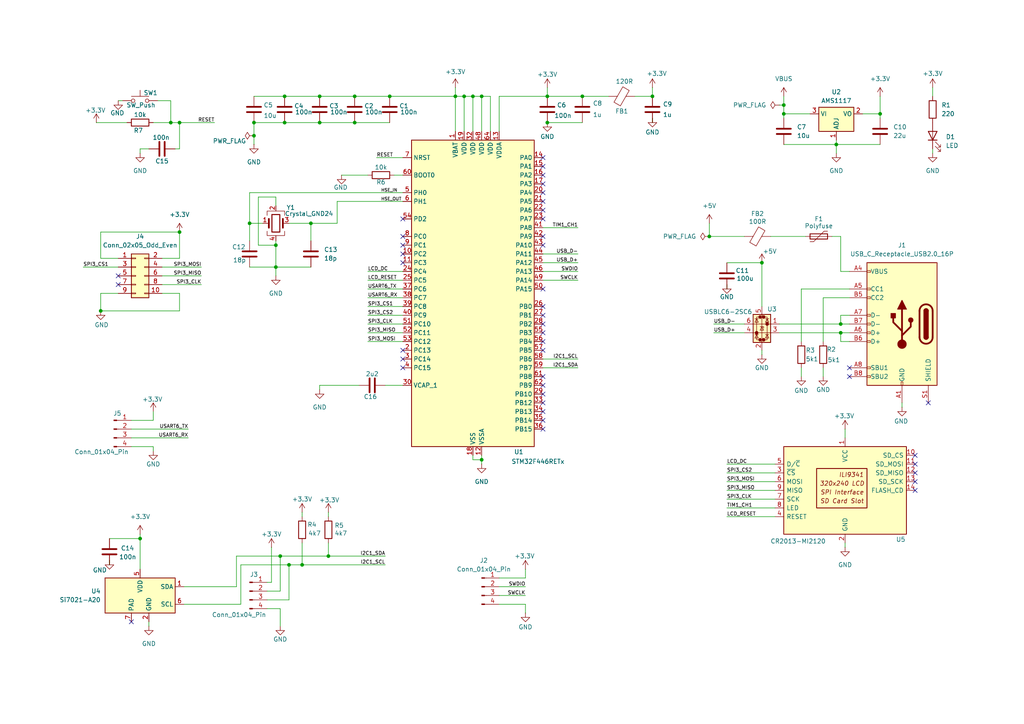
<source format=kicad_sch>
(kicad_sch (version 20250114) (generator "eeschema") (generator_version "9.0")
  (paper "A4")
  (title_block (title "stm32f446RE") (date "2025-10-17") (rev "1") (company "myself"))
  (lib_symbols
    (symbol "Connector:Conn_01x04_Pin" (pin_names (offset 1.016) (hide yes))
      (property "Reference" "J" (at 0 5.08 0))
      (property "Value" "Conn_01x04_Pin" (at 0 -7.62 0))
      (symbol "Conn_01x04_Pin_1_1"
        (pin passive line (at 5.08 2.54 180) (length 3.81) (name "Pin_1") (number "1"))
        (pin passive line (at 5.08 0 180) (length 3.81) (name "Pin_2") (number "2"))
        (pin passive line (at 5.08 -2.54 180) (length 3.81) (name "Pin_3") (number "3"))
        (pin passive line (at 5.08 -5.08 180) (length 3.81) (name "Pin_4") (number "4"))
      )
    )
    (symbol "Connector:USB_C_Receptacle_USB2.0_16P" (pin_names (offset 1.016))
      (property "Reference" "J" (at 0 22.225 0))
      (property "Value" "USB_C_Receptacle_USB2.0_16P" (at 0 19.685 0))
      (symbol "USB_C_Receptacle_USB2.0_16P_1_1"
        (pin passive line (at -7.62 -22.86 90) (length 5.08) (name "SHIELD") (number "S1"))
        (pin passive line (at 0 -22.86 90) (length 5.08) (name "GND") (number "A1"))
        (pin passive line (at 0 -22.86 90) (length 5.08) (hide yes) (name "GND") (number "A12"))
        (pin passive line (at 0 -22.86 90) (length 5.08) (hide yes) (name "GND") (number "B1"))
        (pin passive line (at 0 -22.86 90) (length 5.08) (hide yes) (name "GND") (number "B12"))
        (pin passive line (at 15.24 15.24 180) (length 5.08) (name "VBUS") (number "A4"))
        (pin passive line (at 15.24 15.24 180) (length 5.08) (hide yes) (name "VBUS") (number "A9"))
        (pin passive line (at 15.24 15.24 180) (length 5.08) (hide yes) (name "VBUS") (number "B4"))
        (pin passive line (at 15.24 15.24 180) (length 5.08) (hide yes) (name "VBUS") (number "B9"))
        (pin bidirectional line (at 15.24 10.16 180) (length 5.08) (name "CC1") (number "A5"))
        (pin bidirectional line (at 15.24 7.62 180) (length 5.08) (name "CC2") (number "B5"))
        (pin bidirectional line (at 15.24 2.54 180) (length 5.08) (name "D-") (number "A7"))
        (pin bidirectional line (at 15.24 0 180) (length 5.08) (name "D-") (number "B7"))
        (pin bidirectional line (at 15.24 -2.54 180) (length 5.08) (name "D+") (number "A6"))
        (pin bidirectional line (at 15.24 -5.08 180) (length 5.08) (name "D+") (number "B6"))
        (pin bidirectional line (at 15.24 -12.7 180) (length 5.08) (name "SBU1") (number "A8"))
        (pin bidirectional line (at 15.24 -15.24 180) (length 5.08) (name "SBU2") (number "B8"))
      )
    )
    (symbol "Connector_Generic:Conn_02x05_Odd_Even" (pin_names (offset 1.016) (hide yes))
      (property "Reference" "J" (at 1.27 7.62 0))
      (property "Value" "Conn_02x05_Odd_Even" (at 1.27 -7.62 0))
      (symbol "Conn_02x05_Odd_Even_1_1"
        (pin passive line (at -5.08 5.08 0) (length 3.81) (name "Pin_1") (number "1"))
        (pin passive line (at -5.08 2.54 0) (length 3.81) (name "Pin_3") (number "3"))
        (pin passive line (at -5.08 0 0) (length 3.81) (name "Pin_5") (number "5"))
        (pin passive line (at -5.08 -2.54 0) (length 3.81) (name "Pin_7") (number "7"))
        (pin passive line (at -5.08 -5.08 0) (length 3.81) (name "Pin_9") (number "9"))
        (pin passive line (at 7.62 5.08 180) (length 3.81) (name "Pin_2") (number "2"))
        (pin passive line (at 7.62 2.54 180) (length 3.81) (name "Pin_4") (number "4"))
        (pin passive line (at 7.62 0 180) (length 3.81) (name "Pin_6") (number "6"))
        (pin passive line (at 7.62 -2.54 180) (length 3.81) (name "Pin_8") (number "8"))
        (pin passive line (at 7.62 -5.08 180) (length 3.81) (name "Pin_10") (number "10"))
      )
    )
    (symbol "Device:C" (pin_numbers (hide yes)) (pin_names (offset 0.254))
      (property "Reference" "C" (at 0.635 2.54 0))
      (property "Value" "C" (at 0.635 -2.54 0))
      (symbol "C_1_1"
        (pin passive line (at 0 3.81 270) (length 2.794) (name "~") (number "1"))
        (pin passive line (at 0 -3.81 90) (length 2.794) (name "~") (number "2"))
      )
    )
    (symbol "Device:Crystal_GND24" (pin_names (offset 1.016) (hide yes))
      (property "Reference" "Y" (at 3.175 5.08 0))
      (property "Value" "Crystal_GND24" (at 3.175 3.175 0))
      (symbol "Crystal_GND24_1_1"
        (pin passive line (at -3.81 0 0) (length 1.27) (name "1") (number "1"))
        (pin passive line (at 0 5.08 270) (length 1.27) (name "2") (number "2"))
        (pin passive line (at 0 -5.08 90) (length 1.27) (name "4") (number "4"))
        (pin passive line (at 3.81 0 180) (length 1.27) (name "3") (number "3"))
      )
    )
    (symbol "Device:FerriteBead" (pin_numbers (hide yes)) (pin_names (offset 0))
      (property "Reference" "FB" (at -3.81 0.635 90))
      (property "Value" "FerriteBead" (at 3.81 0 90))
      (symbol "FerriteBead_1_1"
        (pin passive line (at 0 3.81 270) (length 2.54) (name "~") (number "1"))
        (pin passive line (at 0 -3.81 90) (length 2.54) (name "~") (number "2"))
      )
    )
    (symbol "Device:LED" (pin_numbers (hide yes)) (pin_names (offset 1.016) (hide yes))
      (property "Reference" "D" (at 0 2.54 0))
      (property "Value" "LED" (at 0 -2.54 0))
      (symbol "LED_1_1"
        (pin passive line (at -3.81 0 0) (length 2.54) (name "K") (number "1"))
        (pin passive line (at 3.81 0 180) (length 2.54) (name "A") (number "2"))
      )
    )
    (symbol "Device:Polyfuse" (pin_numbers (hide yes)) (pin_names (offset 0))
      (property "Reference" "F" (at -2.54 0 90))
      (property "Value" "Polyfuse" (at 2.54 0 90))
      (symbol "Polyfuse_1_1"
        (pin passive line (at 0 3.81 270) (length 1.27) (name "~") (number "1"))
        (pin passive line (at 0 -3.81 90) (length 1.27) (name "~") (number "2"))
      )
    )
    (symbol "Device:R" (pin_numbers (hide yes)) (pin_names (offset 0))
      (property "Reference" "R" (at 2.032 0 90))
      (property "Value" "R" (at 0 0 90))
      (symbol "R_1_1"
        (pin passive line (at 0 3.81 270) (length 1.27) (name "~") (number "1"))
        (pin passive line (at 0 -3.81 90) (length 1.27) (name "~") (number "2"))
      )
    )
    (symbol "Driver_Display:CR2013-MI2120" (pin_names (offset 0.762))
      (property "Reference" "U" (at -17.526 13.97 0))
      (property "Value" "CR2013-MI2120" (at 1.905 13.97 0))
      (symbol "CR2013-MI2120_0_0"
        (text "ILI9341" (at -5.461 4.572 0) (effects (font (size 1.27 1.27) (italic yes)) (justify left)))
        (text "SPI Interface" (at -5.461 -0.508 0) (effects (font (size 1.27 1.27) (italic yes)) (justify left)))
        (text "SD Card Slot" (at -5.461 -3.048 0) (effects (font (size 1.27 1.27) (italic yes)) (justify left)))
        (text "320x240 LCD" (at 0.889 2.032 0) (effects (font (size 1.27 1.27) (italic yes))))
      )
      (symbol "CR2013-MI2120_1_1"
        (pin input line (at -20.32 10.16 0) (length 2.54) (name "SD_CS") (number "10"))
        (pin input line (at -20.32 7.62 0) (length 2.54) (name "SD_MOSI") (number "11"))
        (pin output line (at -20.32 5.08 0) (length 2.54) (name "SD_MISO") (number "12"))
        (pin input line (at -20.32 2.54 0) (length 2.54) (name "SD_SCK") (number "13"))
        (pin input line (at -20.32 0 0) (length 2.54) (name "FLASH_CD") (number "14"))
        (pin power_in line (at 0 15.24 270) (length 2.54) (name "VCC") (number "1"))
        (pin power_in line (at 0 -15.24 90) (length 2.54) (name "GND") (number "2"))
        (pin input line (at 20.32 7.62 180) (length 2.54) (name "D/~{C}") (number "5"))
        (pin input line (at 20.32 5.08 180) (length 2.54) (name "~{CS}") (number "3"))
        (pin input line (at 20.32 2.54 180) (length 2.54) (name "MOSI") (number "6"))
        (pin output line (at 20.32 0 180) (length 2.54) (name "MISO") (number "9"))
        (pin input line (at 20.32 -2.54 180) (length 2.54) (name "SCK") (number "7"))
        (pin input line (at 20.32 -5.08 180) (length 2.54) (name "LED") (number "8"))
        (pin input line (at 20.32 -7.62 180) (length 2.54) (name "RESET") (number "4"))
      )
    )
    (symbol "MCU_ST_STM32F4:STM32F446RETx"
      (property "Reference" "U" (at -17.78 46.99 0))
      (property "Value" "STM32F446RETx" (at 10.16 46.99 0))
      (symbol "STM32F446RETx_1_1"
        (pin input line (at -20.32 40.64 0) (length 2.54) (name "NRST") (number "7"))
        (pin input line (at -20.32 35.56 0) (length 2.54) (name "BOOT0") (number "60"))
        (pin bidirectional line (at -20.32 30.48 0) (length 2.54) (name "PH0") (number "5"))
        (pin bidirectional line (at -20.32 27.94 0) (length 2.54) (name "PH1") (number "6"))
        (pin bidirectional line (at -20.32 22.86 0) (length 2.54) (name "PD2") (number "54"))
        (pin bidirectional line (at -20.32 17.78 0) (length 2.54) (name "PC0") (number "8"))
        (pin bidirectional line (at -20.32 15.24 0) (length 2.54) (name "PC1") (number "9"))
        (pin bidirectional line (at -20.32 12.7 0) (length 2.54) (name "PC2") (number "10"))
        (pin bidirectional line (at -20.32 10.16 0) (length 2.54) (name "PC3") (number "11"))
        (pin bidirectional line (at -20.32 7.62 0) (length 2.54) (name "PC4") (number "24"))
        (pin bidirectional line (at -20.32 5.08 0) (length 2.54) (name "PC5") (number "25"))
        (pin bidirectional line (at -20.32 2.54 0) (length 2.54) (name "PC6") (number "37"))
        (pin bidirectional line (at -20.32 0 0) (length 2.54) (name "PC7") (number "38"))
        (pin bidirectional line (at -20.32 -2.54 0) (length 2.54) (name "PC8") (number "39"))
        (pin bidirectional line (at -20.32 -5.08 0) (length 2.54) (name "PC9") (number "40"))
        (pin bidirectional line (at -20.32 -7.62 0) (length 2.54) (name "PC10") (number "51"))
        (pin bidirectional line (at -20.32 -10.16 0) (length 2.54) (name "PC11") (number "52"))
        (pin bidirectional line (at -20.32 -12.7 0) (length 2.54) (name "PC12") (number "53"))
        (pin bidirectional line (at -20.32 -15.24 0) (length 2.54) (name "PC13") (number "2"))
        (pin bidirectional line (at -20.32 -17.78 0) (length 2.54) (name "PC14") (number "3"))
        (pin bidirectional line (at -20.32 -20.32 0) (length 2.54) (name "PC15") (number "4"))
        (pin power_out line (at -20.32 -25.4 0) (length 2.54) (name "VCAP_1") (number "30"))
        (pin power_in line (at -5.08 48.26 270) (length 2.54) (name "VBAT") (number "1"))
        (pin power_in line (at -2.54 48.26 270) (length 2.54) (name "VDD") (number "19"))
        (pin power_in line (at 0 48.26 270) (length 2.54) (name "VDD") (number "32"))
        (pin power_in line (at 0 -45.72 90) (length 2.54) (name "VSS") (number "18"))
        (pin passive line (at 0 -45.72 90) (length 2.54) (hide yes) (name "VSS") (number "31"))
        (pin passive line (at 0 -45.72 90) (length 2.54) (hide yes) (name "VSS") (number "47"))
        (pin passive line (at 0 -45.72 90) (length 2.54) (hide yes) (name "VSS") (number "63"))
        (pin power_in line (at 2.54 48.26 270) (length 2.54) (name "VDD") (number "48"))
        (pin power_in line (at 2.54 -45.72 90) (length 2.54) (name "VSSA") (number "12"))
        (pin power_in line (at 5.08 48.26 270) (length 2.54) (name "VDD") (number "64"))
        (pin power_in line (at 7.62 48.26 270) (length 2.54) (name "VDDA") (number "13"))
        (pin bidirectional line (at 20.32 40.64 180) (length 2.54) (name "PA0") (number "14"))
        (pin bidirectional line (at 20.32 38.1 180) (length 2.54) (name "PA1") (number "15"))
        (pin bidirectional line (at 20.32 35.56 180) (length 2.54) (name "PA2") (number "16"))
        (pin bidirectional line (at 20.32 33.02 180) (length 2.54) (name "PA3") (number "17"))
        (pin bidirectional line (at 20.32 30.48 180) (length 2.54) (name "PA4") (number "20"))
        (pin bidirectional line (at 20.32 27.94 180) (length 2.54) (name "PA5") (number "21"))
        (pin bidirectional line (at 20.32 25.4 180) (length 2.54) (name "PA6") (number "22"))
        (pin bidirectional line (at 20.32 22.86 180) (length 2.54) (name "PA7") (number "23"))
        (pin bidirectional line (at 20.32 20.32 180) (length 2.54) (name "PA8") (number "41"))
        (pin bidirectional line (at 20.32 17.78 180) (length 2.54) (name "PA9") (number "42"))
        (pin bidirectional line (at 20.32 15.24 180) (length 2.54) (name "PA10") (number "43"))
        (pin bidirectional line (at 20.32 12.7 180) (length 2.54) (name "PA11") (number "44"))
        (pin bidirectional line (at 20.32 10.16 180) (length 2.54) (name "PA12") (number "45"))
        (pin bidirectional line (at 20.32 7.62 180) (length 2.54) (name "PA13") (number "46"))
        (pin bidirectional line (at 20.32 5.08 180) (length 2.54) (name "PA14") (number "49"))
        (pin bidirectional line (at 20.32 2.54 180) (length 2.54) (name "PA15") (number "50"))
        (pin bidirectional line (at 20.32 -2.54 180) (length 2.54) (name "PB0") (number "26"))
        (pin bidirectional line (at 20.32 -5.08 180) (length 2.54) (name "PB1") (number "27"))
        (pin bidirectional line (at 20.32 -7.62 180) (length 2.54) (name "PB2") (number "28"))
        (pin bidirectional line (at 20.32 -10.16 180) (length 2.54) (name "PB3") (number "55"))
        (pin bidirectional line (at 20.32 -12.7 180) (length 2.54) (name "PB4") (number "56"))
        (pin bidirectional line (at 20.32 -15.24 180) (length 2.54) (name "PB5") (number "57"))
        (pin bidirectional line (at 20.32 -17.78 180) (length 2.54) (name "PB6") (number "58"))
        (pin bidirectional line (at 20.32 -20.32 180) (length 2.54) (name "PB7") (number "59"))
        (pin bidirectional line (at 20.32 -22.86 180) (length 2.54) (name "PB8") (number "61"))
        (pin bidirectional line (at 20.32 -25.4 180) (length 2.54) (name "PB9") (number "62"))
        (pin bidirectional line (at 20.32 -27.94 180) (length 2.54) (name "PB10") (number "29"))
        (pin bidirectional line (at 20.32 -30.48 180) (length 2.54) (name "PB12") (number "33"))
        (pin bidirectional line (at 20.32 -33.02 180) (length 2.54) (name "PB13") (number "34"))
        (pin bidirectional line (at 20.32 -35.56 180) (length 2.54) (name "PB14") (number "35"))
        (pin bidirectional line (at 20.32 -38.1 180) (length 2.54) (name "PB15") (number "36"))
      )
    )
    (symbol "Power_Protection:USBLC6-2SC6" (pin_names (hide yes))
      (property "Reference" "U" (at 0.635 5.715 0))
      (property "Value" "USBLC6-2SC6" (at 0.635 3.81 0))
      (symbol "USBLC6-2SC6_1_1"
        (pin passive line (at -5.08 0 0) (length 2.54) (name "I/O1") (number "1"))
        (pin passive line (at -5.08 -2.54 0) (length 2.54) (name "I/O2") (number "3"))
        (pin passive line (at 0 5.08 270) (length 2.54) (name "VBUS") (number "5"))
        (pin passive line (at 0 -7.62 90) (length 2.54) (name "GND") (number "2"))
        (pin passive line (at 5.08 0 180) (length 2.54) (name "I/O1") (number "6"))
        (pin passive line (at 5.08 -2.54 180) (length 2.54) (name "I/O2") (number "4"))
      )
    )
    (symbol "Regulator_Linear:AMS1117"
      (property "Reference" "U" (at -3.81 3.175 0))
      (property "Value" "AMS1117" (at 0 3.175 0))
      (symbol "AMS1117_1_1"
        (pin power_in line (at -7.62 0 0) (length 2.54) (name "VI") (number "3"))
        (pin input line (at 0 -7.62 90) (length 2.54) (name "ADJ") (number "1"))
        (pin power_out line (at 7.62 0 180) (length 2.54) (name "VO") (number "2"))
      )
    )
    (symbol "Sensor_Humidity:Si7021-A20"
      (property "Reference" "U" (at -5.08 7.62 0))
      (property "Value" "Si7021-A20" (at -10.16 10.16 0))
      (symbol "Si7021-A20_1_1"
        (pin bidirectional line (at -12.7 2.54 0) (length 2.54) (name "SDA") (number "1"))
        (pin input line (at -12.7 -2.54 0) (length 2.54) (name "SCL") (number "6"))
        (pin power_in line (at -2.54 -7.62 90) (length 2.54) (name "GND") (number "2"))
        (pin power_in line (at 0 7.62 270) (length 2.54) (name "VDD") (number "5"))
        (pin passive line (at 2.54 -7.62 90) (length 2.54) (name "PAD") (number "7"))
        (pin no_connect line (at 10.16 2.54 180) (length 2.54) (hide yes) (name "NC") (number "3"))
        (pin no_connect line (at 10.16 -2.54 180) (length 2.54) (hide yes) (name "NC") (number "4"))
      )
    )
    (symbol "Switch:SW_Push" (pin_numbers (hide yes)) (pin_names (offset 1.016) (hide yes))
      (property "Reference" "SW" (at 1.27 2.54 0))
      (property "Value" "SW_Push" (at 0 -1.524 0))
      (symbol "SW_Push_0_1"
        (pin passive line (at -5.08 0 0) (length 2.54) (name "1") (number "1"))
        (pin passive line (at 5.08 0 180) (length 2.54) (name "2") (number "2"))
      )
    )
    (symbol "power:+3.3V" (power) (pin_numbers (hide yes)) (pin_names (offset 0) (hide yes))
      (property "Value" "+3.3V" (at 0 3.556 0))
      (symbol "+3.3V_1_1"
        (pin power_in line (at 0 0 90) (length 0) (name "~") (number "1"))
      )
    )
    (symbol "power:+5V" (power) (pin_numbers (hide yes)) (pin_names (offset 0) (hide yes))
      (property "Value" "+5V" (at 0 3.556 0))
      (symbol "+5V_1_1"
        (pin power_in line (at 0 0 90) (length 0) (name "~") (number "1"))
      )
    )
    (symbol "power:GND" (power) (pin_numbers (hide yes)) (pin_names (offset 0) (hide yes))
      (property "Value" "GND" (at 0 -3.81 0))
      (symbol "GND_1_1"
        (pin power_in line (at 0 0 270) (length 0) (name "~") (number "1"))
      )
    )
    (symbol "power:PWR_FLAG" (power) (pin_numbers (hide yes)) (pin_names (offset 0) (hide yes))
      (property "Value" "PWR_FLAG" (at 0 3.81 0))
      (symbol "PWR_FLAG_0_0"
        (pin power_out line (at 0 0 90) (length 0) (name "~") (number "1"))
      )
    )
    (symbol "power:VBUS" (power) (pin_numbers (hide yes)) (pin_names (offset 0) (hide yes))
      (property "Value" "VBUS" (at 0 3.556 0))
      (symbol "VBUS_1_1"
        (pin power_in line (at 0 0 90) (length 0) (name "~") (number "1"))
      )
    )
  )
  (junction (at 227.33 33.02))
  (junction (at 49.53 35.56))
  (junction (at 29.21 90.17))
  (junction (at 87.63 163.83))
  (junction (at 139.7 27.94))
  (junction (at 243.84 93.98))
  (junction (at 73.66 39.37))
  (junction (at 227.33 30.48))
  (junction (at 220.98 76.2))
  (junction (at 52.07 35.56))
  (junction (at 242.57 41.91))
  (junction (at 255.27 33.02))
  (junction (at 95.25 161.29))
  (junction (at 113.03 27.94))
  (junction (at 102.87 35.56))
  (junction (at 158.75 27.94))
  (junction (at 82.55 35.56))
  (junction (at 52.07 67.31))
  (junction (at 72.39 64.77))
  (junction (at 92.71 35.56))
  (junction (at 92.71 27.94))
  (junction (at 81.28 161.29))
  (junction (at 205.74 68.58))
  (junction (at 158.75 35.56))
  (junction (at 83.82 163.83))
  (junction (at 80.01 77.47))
  (junction (at 132.08 27.94))
  (junction (at 73.66 35.56))
  (junction (at 243.84 96.52))
  (junction (at 134.62 27.94))
  (junction (at 137.16 27.94))
  (junction (at 80.01 71.12))
  (junction (at 40.64 156.21))
  (junction (at 189.23 27.94))
  (junction (at 139.7 133.35))
  (junction (at 168.91 27.94))
  (junction (at 90.17 64.77))
  (junction (at 82.55 27.94))
  (junction (at 102.87 27.94))
  (no_connect (at 157.48 121.92))
  (no_connect (at 265.43 132.08))
  (no_connect (at 116.84 71.12))
  (no_connect (at 116.84 104.14))
  (no_connect (at 157.48 68.58))
  (no_connect (at 157.48 91.44))
  (no_connect (at 157.48 119.38))
  (no_connect (at 116.84 63.5))
  (no_connect (at 157.48 45.72))
  (no_connect (at 265.43 139.7))
  (no_connect (at 157.48 53.34))
  (no_connect (at 157.48 58.42))
  (no_connect (at 246.38 109.22))
  (no_connect (at 157.48 99.06))
  (no_connect (at 265.43 142.24))
  (no_connect (at 116.84 101.6))
  (no_connect (at 116.84 73.66))
  (no_connect (at 34.29 82.55))
  (no_connect (at 157.48 124.46))
  (no_connect (at 157.48 116.84))
  (no_connect (at 157.48 50.8))
  (no_connect (at 246.38 106.68))
  (no_connect (at 34.29 80.01))
  (no_connect (at 157.48 83.82))
  (no_connect (at 157.48 101.6))
  (no_connect (at 269.24 116.84))
  (no_connect (at 116.84 106.68))
  (no_connect (at 116.84 68.58))
  (no_connect (at 157.48 96.52))
  (no_connect (at 157.48 109.22))
  (no_connect (at 157.48 114.3))
  (no_connect (at 157.48 60.96))
  (no_connect (at 157.48 48.26))
  (no_connect (at 157.48 88.9))
  (no_connect (at 157.48 93.98))
  (no_connect (at 38.1 180.34))
  (no_connect (at 116.84 76.2))
  (no_connect (at 265.43 134.62))
  (no_connect (at 157.48 63.5))
  (no_connect (at 265.43 137.16))
  (no_connect (at 157.48 111.76))
  (no_connect (at 157.48 55.88))
  (no_connect (at 157.48 71.12))
  (wire (pts (xy 27.94 35.56) (xy 36.83 35.56)))
  (wire (pts (xy 250.19 33.02) (xy 255.27 33.02)))
  (wire (pts (xy 113.03 27.94) (xy 132.08 27.94)))
  (wire (pts (xy 46.99 82.55) (xy 58.42 82.55)))
  (wire (pts (xy 132.08 27.94) (xy 134.62 27.94)))
  (wire (pts (xy 232.41 83.82) (xy 232.41 99.06)))
  (wire (pts (xy 210.82 137.16) (xy 224.79 137.16)))
  (wire (pts (xy 81.28 176.53) (xy 77.47 176.53)))
  (wire (pts (xy 72.39 64.77) (xy 72.39 55.88)))
  (wire (pts (xy 210.82 142.24) (xy 224.79 142.24)))
  (wire (pts (xy 87.63 148.59) (xy 87.63 149.86)))
  (wire (pts (xy 72.39 55.88) (xy 116.84 55.88)))
  (wire (pts (xy 95.25 161.29) (xy 111.76 161.29)))
  (wire (pts (xy 210.82 139.7) (xy 224.79 139.7)))
  (wire (pts (xy 76.2 64.77) (xy 72.39 64.77)))
  (wire (pts (xy 132.08 25.4) (xy 132.08 27.94)))
  (wire (pts (xy 73.66 39.37) (xy 73.66 41.91)))
  (wire (pts (xy 44.45 129.54) (xy 44.45 130.81)))
  (wire (pts (xy 144.78 167.64) (xy 152.4 167.64)))
  (wire (pts (xy 92.71 27.94) (xy 102.87 27.94)))
  (wire (pts (xy 226.06 30.48) (xy 227.33 30.48)))
  (wire (pts (xy 90.17 64.77) (xy 97.79 64.77)))
  (wire (pts (xy 227.33 30.48) (xy 227.33 33.02)))
  (wire (pts (xy 29.21 85.09) (xy 29.21 90.17)))
  (wire (pts (xy 157.48 104.14) (xy 167.64 104.14)))
  (wire (pts (xy 238.76 106.68) (xy 238.76 109.22)))
  (wire (pts (xy 227.33 27.94) (xy 227.33 30.48)))
  (wire (pts (xy 83.82 173.99) (xy 83.82 163.83)))
  (wire (pts (xy 220.98 101.6) (xy 220.98 102.87)))
  (wire (pts (xy 152.4 165.1) (xy 152.4 167.64)))
  (wire (pts (xy 243.84 91.44) (xy 243.84 93.98)))
  (wire (pts (xy 38.1 127) (xy 54.61 127)))
  (wire (pts (xy 223.52 68.58) (xy 233.68 68.58)))
  (wire (pts (xy 81.28 171.45) (xy 81.28 161.29)))
  (wire (pts (xy 246.38 83.82) (xy 232.41 83.82)))
  (wire (pts (xy 90.17 64.77) (xy 90.17 69.85)))
  (wire (pts (xy 232.41 106.68) (xy 232.41 109.22)))
  (wire (pts (xy 69.85 163.83) (xy 83.82 163.83)))
  (wire (pts (xy 38.1 124.46) (xy 54.61 124.46)))
  (wire (pts (xy 243.84 78.74) (xy 246.38 78.74)))
  (wire (pts (xy 83.82 163.83) (xy 87.63 163.83)))
  (wire (pts (xy 52.07 35.56) (xy 62.23 35.56)))
  (wire (pts (xy 207.01 96.52) (xy 215.9 96.52)))
  (wire (pts (xy 38.1 121.92) (xy 44.45 121.92)))
  (wire (pts (xy 144.78 172.72) (xy 152.4 172.72)))
  (wire (pts (xy 210.82 149.86) (xy 224.79 149.86)))
  (wire (pts (xy 106.68 96.52) (xy 116.84 96.52)))
  (wire (pts (xy 227.33 41.91) (xy 242.57 41.91)))
  (wire (pts (xy 82.55 27.94) (xy 92.71 27.94)))
  (wire (pts (xy 53.34 175.26) (xy 69.85 175.26)))
  (wire (pts (xy 255.27 27.94) (xy 255.27 33.02)))
  (wire (pts (xy 137.16 38.1) (xy 137.16 27.94)))
  (wire (pts (xy 189.23 34.29) (xy 189.23 35.56)))
  (wire (pts (xy 226.06 93.98) (xy 243.84 93.98)))
  (wire (pts (xy 46.99 85.09) (xy 52.07 85.09)))
  (wire (pts (xy 106.68 91.44) (xy 116.84 91.44)))
  (wire (pts (xy 44.45 35.56) (xy 49.53 35.56)))
  (wire (pts (xy 210.82 82.55) (xy 210.82 83.82)))
  (wire (pts (xy 52.07 43.18) (xy 52.07 35.56)))
  (wire (pts (xy 73.66 35.56) (xy 82.55 35.56)))
  (wire (pts (xy 40.64 154.94) (xy 40.64 156.21)))
  (wire (pts (xy 245.11 124.46) (xy 245.11 127)))
  (wire (pts (xy 95.25 157.48) (xy 95.25 161.29)))
  (wire (pts (xy 205.74 68.58) (xy 215.9 68.58)))
  (wire (pts (xy 52.07 85.09) (xy 52.07 90.17)))
  (wire (pts (xy 158.75 27.94) (xy 168.91 27.94)))
  (wire (pts (xy 74.93 57.15) (xy 74.93 71.12)))
  (wire (pts (xy 220.98 76.2) (xy 220.98 88.9)))
  (wire (pts (xy 210.82 144.78) (xy 224.79 144.78)))
  (wire (pts (xy 29.21 67.31) (xy 52.07 67.31)))
  (wire (pts (xy 157.48 78.74) (xy 167.64 78.74)))
  (wire (pts (xy 80.01 77.47) (xy 90.17 77.47)))
  (wire (pts (xy 226.06 96.52) (xy 243.84 96.52)))
  (wire (pts (xy 246.38 99.06) (xy 243.84 99.06)))
  (wire (pts (xy 144.78 27.94) (xy 158.75 27.94)))
  (wire (pts (xy 95.25 148.59) (xy 95.25 149.86)))
  (wire (pts (xy 139.7 27.94) (xy 142.24 27.94)))
  (wire (pts (xy 49.53 29.21) (xy 49.53 35.56)))
  (wire (pts (xy 184.15 27.94) (xy 189.23 27.94)))
  (wire (pts (xy 52.07 90.17) (xy 29.21 90.17)))
  (wire (pts (xy 106.68 78.74) (xy 116.84 78.74)))
  (wire (pts (xy 80.01 57.15) (xy 74.93 57.15)))
  (wire (pts (xy 114.3 50.8) (xy 116.84 50.8)))
  (wire (pts (xy 99.06 50.8) (xy 106.68 50.8)))
  (wire (pts (xy 210.82 76.2) (xy 220.98 76.2)))
  (wire (pts (xy 80.01 59.69) (xy 80.01 57.15)))
  (wire (pts (xy 29.21 74.93) (xy 29.21 67.31)))
  (wire (pts (xy 34.29 85.09) (xy 29.21 85.09)))
  (wire (pts (xy 73.66 35.56) (xy 73.66 39.37)))
  (wire (pts (xy 158.75 25.4) (xy 158.75 27.94)))
  (wire (pts (xy 80.01 69.85) (xy 80.01 71.12)))
  (wire (pts (xy 144.78 170.18) (xy 152.4 170.18)))
  (wire (pts (xy 45.72 29.21) (xy 49.53 29.21)))
  (wire (pts (xy 50.8 43.18) (xy 52.07 43.18)))
  (wire (pts (xy 157.48 66.04) (xy 167.64 66.04)))
  (wire (pts (xy 134.62 38.1) (xy 134.62 27.94)))
  (wire (pts (xy 243.84 96.52) (xy 246.38 96.52)))
  (wire (pts (xy 97.79 58.42) (xy 116.84 58.42)))
  (wire (pts (xy 137.16 133.35) (xy 139.7 133.35)))
  (wire (pts (xy 106.68 83.82) (xy 116.84 83.82)))
  (wire (pts (xy 242.57 41.91) (xy 255.27 41.91)))
  (wire (pts (xy 261.62 116.84) (xy 261.62 118.11)))
  (wire (pts (xy 74.93 71.12) (xy 80.01 71.12)))
  (wire (pts (xy 157.48 81.28) (xy 167.64 81.28)))
  (wire (pts (xy 43.18 43.18) (xy 40.64 43.18)))
  (wire (pts (xy 243.84 68.58) (xy 243.84 78.74)))
  (wire (pts (xy 38.1 129.54) (xy 44.45 129.54)))
  (wire (pts (xy 144.78 175.26) (xy 152.4 175.26)))
  (wire (pts (xy 31.75 163.83) (xy 31.75 162.56)))
  (wire (pts (xy 78.74 158.75) (xy 78.74 168.91)))
  (wire (pts (xy 77.47 173.99) (xy 83.82 173.99)))
  (wire (pts (xy 102.87 27.94) (xy 113.03 27.94)))
  (wire (pts (xy 68.58 170.18) (xy 68.58 161.29)))
  (wire (pts (xy 102.87 35.56) (xy 113.03 35.56)))
  (wire (pts (xy 270.51 43.18) (xy 270.51 44.45)))
  (wire (pts (xy 92.71 111.76) (xy 92.71 113.03)))
  (wire (pts (xy 97.79 64.77) (xy 97.79 58.42)))
  (wire (pts (xy 34.29 74.93) (xy 29.21 74.93)))
  (wire (pts (xy 106.68 86.36) (xy 116.84 86.36)))
  (wire (pts (xy 73.66 27.94) (xy 82.55 27.94)))
  (wire (pts (xy 227.33 33.02) (xy 227.33 34.29)))
  (wire (pts (xy 87.63 163.83) (xy 111.76 163.83)))
  (wire (pts (xy 104.14 111.76) (xy 92.71 111.76)))
  (wire (pts (xy 111.76 111.76) (xy 116.84 111.76)))
  (wire (pts (xy 92.71 35.56) (xy 102.87 35.56)))
  (wire (pts (xy 207.01 93.98) (xy 215.9 93.98)))
  (wire (pts (xy 109.22 45.72) (xy 116.84 45.72)))
  (wire (pts (xy 106.68 93.98) (xy 116.84 93.98)))
  (wire (pts (xy 270.51 25.4) (xy 270.51 27.94)))
  (wire (pts (xy 87.63 157.48) (xy 87.63 163.83)))
  (wire (pts (xy 53.34 170.18) (xy 68.58 170.18)))
  (wire (pts (xy 158.75 35.56) (xy 168.91 35.56)))
  (wire (pts (xy 137.16 132.08) (xy 137.16 133.35)))
  (wire (pts (xy 157.48 106.68) (xy 167.64 106.68)))
  (wire (pts (xy 49.53 35.56) (xy 52.07 35.56)))
  (wire (pts (xy 189.23 25.4) (xy 189.23 27.94)))
  (wire (pts (xy 34.29 29.21) (xy 35.56 29.21)))
  (wire (pts (xy 139.7 133.35) (xy 139.7 134.62)))
  (wire (pts (xy 106.68 81.28) (xy 116.84 81.28)))
  (wire (pts (xy 134.62 27.94) (xy 137.16 27.94)))
  (wire (pts (xy 24.13 77.47) (xy 34.29 77.47)))
  (wire (pts (xy 80.01 71.12) (xy 80.01 77.47)))
  (wire (pts (xy 157.48 73.66) (xy 167.64 73.66)))
  (wire (pts (xy 152.4 175.26) (xy 152.4 177.8)))
  (wire (pts (xy 68.58 161.29) (xy 81.28 161.29)))
  (wire (pts (xy 83.82 64.77) (xy 90.17 64.77)))
  (wire (pts (xy 144.78 38.1) (xy 144.78 27.94)))
  (wire (pts (xy 81.28 161.29) (xy 95.25 161.29)))
  (wire (pts (xy 234.95 33.02) (xy 227.33 33.02)))
  (wire (pts (xy 139.7 132.08) (xy 139.7 133.35)))
  (wire (pts (xy 238.76 86.36) (xy 238.76 99.06)))
  (wire (pts (xy 168.91 27.94) (xy 176.53 27.94)))
  (wire (pts (xy 81.28 176.53) (xy 81.28 181.61)))
  (wire (pts (xy 82.55 35.56) (xy 92.71 35.56)))
  (wire (pts (xy 43.18 180.34) (xy 43.18 181.61)))
  (wire (pts (xy 241.3 68.58) (xy 243.84 68.58)))
  (wire (pts (xy 242.57 40.64) (xy 242.57 41.91)))
  (wire (pts (xy 210.82 134.62) (xy 224.79 134.62)))
  (wire (pts (xy 137.16 27.94) (xy 139.7 27.94)))
  (wire (pts (xy 157.48 76.2) (xy 167.64 76.2)))
  (wire (pts (xy 205.74 64.77) (xy 205.74 68.58)))
  (wire (pts (xy 40.64 156.21) (xy 40.64 165.1)))
  (wire (pts (xy 46.99 77.47) (xy 58.42 77.47)))
  (wire (pts (xy 246.38 86.36) (xy 238.76 86.36)))
  (wire (pts (xy 31.75 156.21) (xy 40.64 156.21)))
  (wire (pts (xy 69.85 175.26) (xy 69.85 163.83)))
  (wire (pts (xy 255.27 33.02) (xy 255.27 34.29)))
  (wire (pts (xy 40.64 43.18) (xy 40.64 44.45)))
  (wire (pts (xy 106.68 88.9) (xy 116.84 88.9)))
  (wire (pts (xy 46.99 74.93) (xy 52.07 74.93)))
  (wire (pts (xy 52.07 74.93) (xy 52.07 67.31)))
  (wire (pts (xy 72.39 64.77) (xy 72.39 69.85)))
  (wire (pts (xy 106.68 99.06) (xy 116.84 99.06)))
  (wire (pts (xy 243.84 99.06) (xy 243.84 96.52)))
  (wire (pts (xy 132.08 38.1) (xy 132.08 27.94)))
  (wire (pts (xy 242.57 41.91) (xy 242.57 44.45)))
  (wire (pts (xy 210.82 147.32) (xy 224.79 147.32)))
  (wire (pts (xy 142.24 38.1) (xy 142.24 27.94)))
  (wire (pts (xy 246.38 91.44) (xy 243.84 91.44)))
  (wire (pts (xy 44.45 121.92) (xy 44.45 119.38)))
  (wire (pts (xy 139.7 38.1) (xy 139.7 27.94)))
  (wire (pts (xy 243.84 93.98) (xy 246.38 93.98)))
  (wire (pts (xy 77.47 171.45) (xy 81.28 171.45)))
  (wire (pts (xy 77.47 168.91) (xy 78.74 168.91)))
  (wire (pts (xy 46.99 80.01) (xy 58.42 80.01)))
  (wire (pts (xy 72.39 77.47) (xy 80.01 77.47)))
  (wire (pts (xy 245.11 157.48) (xy 245.11 158.75)))
  (wire (pts (xy 80.01 77.47) (xy 80.01 80.01)))
  (label "USB_D+" (at 167.64 76.2 180) (effects (font (size 1.016 1.016))))
  (label "HSE_OUT" (at 110.49 58.42 0) (effects (font (size 0.889 0.889))))
  (label "SWCLK" (at 167.64 81.28 180) (effects (font (size 1.016 1.016))))
  (label "SWCLK" (at 152.4 172.72 180) (effects (font (size 1.016 1.016))))
  (label "SPI3_CS2" (at 210.82 137.16 0) (effects (font (size 1.016 1.016))))
  (label "TIM1_CH1" (at 210.82 147.32 0) (effects (font (size 1.016 1.016))))
  (label "SPI3_CS2" (at 106.68 91.44 0) (effects (font (size 1.016 1.016))))
  (label "USART6_TX" (at 54.61 124.46 180) (effects (font (size 1.016 1.016))))
  (label "USART6_RX" (at 54.61 127 180) (effects (font (size 1.016 1.016))))
  (label "I2C1_SCL" (at 167.64 104.14 180) (effects (font (size 1.016 1.016))))
  (label "USART6_TX" (at 106.68 83.82 0) (effects (font (size 1.016 1.016))))
  (label "USB_D+" (at 207.01 96.52 0) (effects (font (size 1.016 1.016))))
  (label "I2C1_SDA" (at 167.64 106.68 180) (effects (font (size 1.016 1.016))))
  (label "SPI3_CLK" (at 210.82 144.78 0) (effects (font (size 1.016 1.016))))
  (label "USART6_RX" (at 106.68 86.36 0) (effects (font (size 1.016 1.016))))
  (label "SWDIO" (at 152.4 170.18 180) (effects (font (size 1.016 1.016))))
  (label "SWDIO" (at 167.64 78.74 180) (effects (font (size 1.016 1.016))))
  (label "SPI3_CS1" (at 24.13 77.47 0) (effects (font (size 1.016 1.016))))
  (label "SPI3_MOSI" (at 210.82 139.7 0) (effects (font (size 1.016 1.016))))
  (label "TIM1_CH1" (at 167.64 66.04 180) (effects (font (size 1.016 1.016))))
  (label "USB_D-" (at 167.64 73.66 180) (effects (font (size 1.016 1.016))))
  (label "RESET" (at 109.22 45.72 0) (effects (font (size 1.016 1.016))))
  (label "SPI3_MISO" (at 210.82 142.24 0) (effects (font (size 1.016 1.016))))
  (label "SPI3_MOSI" (at 106.68 99.06 0) (effects (font (size 1.016 1.016))))
  (label "RESET" (at 62.23 35.56 180) (effects (font (size 1.016 1.016))))
  (label "SPI3_CLK" (at 58.42 82.55 180) (effects (font (size 1.016 1.016))))
  (label "I2C1_SCL" (at 111.76 163.83 180) (effects (font (size 1.016 1.016))))
  (label "LCD_RESET" (at 210.82 149.86 0) (effects (font (size 1.016 1.016))))
  (label "SPI3_MISO" (at 58.42 80.01 180) (effects (font (size 1.016 1.016))))
  (label "SPI3_MISO" (at 106.68 96.52 0) (effects (font (size 1.016 1.016))))
  (label "HSE_IN" (at 110.49 55.88 0) (effects (font (size 0.889 0.889))))
  (label "LCD_RESET" (at 106.68 81.28 0) (effects (font (size 1.016 1.016))))
  (label "SPI3_MOSI" (at 58.42 77.47 180) (effects (font (size 1.016 1.016))))
  (label "SPI3_CLK" (at 106.68 93.98 0) (effects (font (size 1.016 1.016))))
  (label "I2C1_SDA" (at 111.76 161.29 180) (effects (font (size 1.016 1.016))))
  (label "USB_D-" (at 207.01 93.98 0) (effects (font (size 1.016 1.016))))
  (label "SPI3_CS1" (at 106.68 88.9 0) (effects (font (size 1.016 1.016))))
  (label "LCD_DC" (at 106.68 78.74 0) (effects (font (size 1.016 1.016))))
  (label "LCD_DC" (at 210.82 134.62 0) (effects (font (size 1.016 1.016))))
  (symbol (lib_id "Device:C") (at 82.55 31.75 0) (unit 1)
    (property "Reference" "C4" (at 85.344 30.734 0) (effects (justify left)))
    (property "Value" "100n" (at 85.598 32.512 0) (effects (justify left)))
    (property "Footprint" "Capacitor_SMD:C_0402_1005Metric" (effects (hide yes)))
    (property "Description" "Unpolarized capacitor" (effects (hide yes)))
  )
  (symbol (lib_id "power:+3.3V") (at 27.94 35.56 0) (unit 1)
    (property "Reference" "#PWR031" (effects (hide yes)))
    (property "Value" "+3.3V" (at 27.686 32.004 0))
    (property "Description" "Power symbol creates a global label with name \"+3.3V\"" (effects (hide yes)))
  )
  (symbol (lib_id "Device:R") (at 40.64 35.56 90) (unit 1)
    (property "Reference" "R7" (at 40.132 37.846 90))
    (property "Value" "10k" (at 40.64 33.274 90))
    (property "Footprint" "Resistor_SMD:R_0402_1005Metric" (effects (hide yes)))
    (property "Description" "Resistor" (effects (hide yes)))
  )
  (symbol (lib_id "power:+5V") (at 220.98 76.2 0) (unit 1)
    (property "Reference" "#PWR016" (effects (hide yes)))
    (property "Value" "+5V" (at 223.266 72.898 0))
    (property "Description" "Power symbol creates a global label with name \"+5V\"" (effects (hide yes)))
  )
  (symbol (lib_id "power:GND") (at 29.21 90.17 0) (unit 1)
    (property "Reference" "#PWR033" (effects (hide yes)))
    (property "Value" "GND" (at 29.464 94.234 0))
    (property "Description" "Power symbol creates a global label with name \"GND\" , ground" (effects (hide yes)))
  )
  (symbol (lib_id "power:GND") (at 139.7 134.62 0) (unit 1)
    (property "Reference" "#PWR06" (effects (hide yes)))
    (property "Value" "GND" (at 139.7 139.7 0))
    (property "Description" "Power symbol creates a global label with name \"GND\" , ground" (effects (hide yes)))
  )
  (symbol (lib_id "Device:C") (at 255.27 38.1 0) (unit 1)
    (property "Reference" "C10" (at 259.08 36.8299 0) (effects (justify left)))
    (property "Value" "22u" (at 259.08 39.3699 0) (effects (justify left)))
    (property "Footprint" "Capacitor_SMD:C_0805_2012Metric" (effects (hide yes)))
    (property "Description" "Unpolarized capacitor" (effects (hide yes)))
  )
  (symbol (lib_id "power:+3.3V") (at 52.07 67.31 0) (unit 1)
    (property "Reference" "#PWR034" (effects (hide yes)))
    (property "Value" "+3.3V" (at 52.07 62.23 0))
    (property "Description" "Power symbol creates a global label with name \"+3.3V\"" (effects (hide yes)))
  )
  (symbol (lib_id "power:+3.3V") (at 132.08 25.4 0) (unit 1)
    (property "Reference" "#PWR01" (effects (hide yes)))
    (property "Value" "+3.3V" (at 132.08 20.828 0))
    (property "Description" "Power symbol creates a global label with name \"+3.3V\"" (effects (hide yes)))
  )
  (symbol (lib_id "Device:C") (at 158.75 31.75 0) (unit 1)
    (property "Reference" "C6" (at 161.544 30.48 0) (effects (justify left)))
    (property "Value" "100n" (at 160.782 33.528 0) (effects (justify left)))
    (property "Footprint" "Capacitor_SMD:C_0402_1005Metric" (effects (hide yes)))
    (property "Description" "Unpolarized capacitor" (effects (hide yes)))
  )
  (symbol (lib_id "Device:R") (at 232.41 102.87 0) (unit 1)
    (property "Reference" "R3" (at 233.68 101.6 0) (effects (justify left)))
    (property "Value" "5k1" (at 233.68 104.14 0) (effects (justify left)))
    (property "Footprint" "Resistor_SMD:R_0402_1005Metric" (effects (hide yes)))
    (property "Description" "Resistor" (effects (hide yes)))
  )
  (symbol (lib_id "power:GND") (at 238.76 109.22 0) (unit 1)
    (property "Reference" "#PWR014" (effects (hide yes)))
    (property "Value" "GND" (at 238.76 113.03 0))
    (property "Description" "Power symbol creates a global label with name \"GND\" , ground" (effects (hide yes)))
  )
  (symbol (lib_id "Device:C") (at 210.82 80.01 0) (unit 1)
    (property "Reference" "C11" (at 213.36 78.486 0) (effects (justify left)))
    (property "Value" "100u" (at 213.614 80.772 0) (effects (justify left)))
    (property "Footprint" "Capacitor_SMD:C_0805_2012Metric" (effects (hide yes)))
    (property "Description" "Unpolarized capacitor" (effects (hide yes)))
  )
  (symbol (lib_id "power:+3.3V") (at 78.74 158.75 0) (unit 1)
    (property "Reference" "#PWR025" (effects (hide yes)))
    (property "Value" "+3.3V" (at 78.74 154.94 0))
    (property "Description" "Power symbol creates a global label with name \"+3.3V\"" (effects (hide yes)))
  )
  (symbol (lib_id "Device:R") (at 110.49 50.8 90) (unit 1)
    (property "Reference" "R6" (at 110.49 52.832 90))
    (property "Value" "10k" (at 110.49 48.514 90))
    (property "Footprint" "Resistor_SMD:R_0402_1005Metric" (effects (hide yes)))
    (property "Description" "Resistor" (effects (hide yes)))
  )
  (symbol (lib_id "Device:C") (at 31.75 160.02 0) (unit 1)
    (property "Reference" "C14" (at 35.052 159.004 0) (effects (justify left)))
    (property "Value" "100n" (at 34.544 161.544 0) (effects (justify left)))
    (property "Footprint" "Capacitor_SMD:C_0402_1005Metric" (effects (hide yes)))
    (property "Description" "Unpolarized capacitor" (effects (hide yes)))
  )
  (symbol (lib_id "power:GND") (at 210.82 82.55 0) (unit 1)
    (property "Reference" "#PWR017" (effects (hide yes)))
    (property "Value" "GND" (at 210.82 86.106 0))
    (property "Description" "Power symbol creates a global label with name \"GND\" , ground" (effects (hide yes)))
  )
  (symbol (lib_id "MCU_ST_STM32F4:STM32F446RETx") (at 137.16 86.36 0) (unit 1)
    (property "Reference" "U1" (at 149.098 131.064 0) (effects (justify left)))
    (property "Value" "STM32F446RETx" (at 148.336 133.858 0) (effects (justify left)))
    (property "Footprint" "Package_QFP:LQFP-64_10x10mm_P0.5mm" (effects (hide yes)))
    (property "Datasheet" "https://www.st.com/resource/en/datasheet/stm32f446re.pdf" (effects (hide yes)))
    (property "Description" "STMicroelectronics Arm Cortex-M4 MCU, 512KB flash, 128KB RAM, 180 MHz, 1.8-3.6V, 50 GPIO, LQFP64" (effects (hide yes)))
  )
  (symbol (lib_id "Device:C") (at 227.33 38.1 0) (unit 1)
    (property "Reference" "C7" (at 231.14 36.8299 0) (effects (justify left)))
    (property "Value" "10u" (at 231.14 39.3699 0) (effects (justify left)))
    (property "Footprint" "Capacitor_SMD:C_0603_1608Metric" (effects (hide yes)))
    (property "Description" "Unpolarized capacitor" (effects (hide yes)))
  )
  (symbol (lib_id "power:GND") (at 270.51 44.45 0) (unit 1)
    (property "Reference" "#PWR012" (effects (hide yes)))
    (property "Value" "GND" (at 270.51 49.53 0))
    (property "Description" "Power symbol creates a global label with name \"GND\" , ground" (effects (hide yes)))
  )
  (symbol (lib_id "Device:C") (at 46.99 43.18 90) (unit 1)
    (property "Reference" "C15" (at 46.99 46.736 90))
    (property "Value" "100n" (at 46.736 39.878 90))
    (property "Footprint" "Capacitor_SMD:C_0402_1005Metric" (effects (hide yes)))
    (property "Description" "Unpolarized capacitor" (effects (hide yes)))
  )
  (symbol (lib_id "power:GND") (at 189.23 34.29 0) (unit 1)
    (property "Reference" "#PWR05" (effects (hide yes)))
    (property "Value" "GND" (at 189.23 38.354 0))
    (property "Description" "Power symbol creates a global label with name \"GND\" , ground" (effects (hide yes)))
  )
  (symbol (lib_id "power:VBUS") (at 227.33 27.94 0) (unit 1)
    (property "Reference" "#PWR08" (effects (hide yes)))
    (property "Value" "VBUS" (at 227.33 22.86 0))
    (property "Description" "Power symbol creates a global label with name \"VBUS\"" (effects (hide yes)))
  )
  (symbol (lib_id "Power_Protection:USBLC6-2SC6") (at 220.98 93.98 0) (mirror y) (unit 1)
    (property "Reference" "U3" (at 225.298 89.662 0) (effects (justify left)))
    (property "Value" "USBLC6-2SC6" (at 218.186 90.424 0) (effects (justify left)))
    (property "Footprint" "Package_TO_SOT_SMD:SOT-23-6" (effects (hide yes)))
    (property "Datasheet" "https://www.st.com/resource/en/datasheet/usblc6-2.pdf" (effects (hide yes)))
    (property "Description" "Very low capacitance ESD protection diode, 2 data-line, SOT-23-6" (effects (hide yes)))
  )
  (symbol (lib_id "Device:Polyfuse") (at 237.49 68.58 90) (unit 1)
    (property "Reference" "F1" (at 237.49 63.5 90))
    (property "Value" "Polyfuse" (at 237.49 65.532 90))
    (property "Footprint" "Fuse:Fuse_0402_1005Metric" (effects (hide yes)))
    (property "Description" "Resettable fuse, polymeric positive temperature coefficient" (effects (hide yes)))
  )
  (symbol (lib_id "Device:C") (at 189.23 31.75 0) (unit 1)
    (property "Reference" "C9" (at 192.278 30.226 0) (effects (justify left)))
    (property "Value" "1u" (at 192.278 33.274 0) (effects (justify left)))
    (property "Footprint" "Capacitor_SMD:C_0603_1608Metric" (effects (hide yes)))
    (property "Description" "Unpolarized capacitor" (effects (hide yes)))
  )
  (symbol (lib_id "Connector:Conn_01x04_Pin") (at 72.39 171.45 0) (unit 1)
    (property "Reference" "J3" (at 73.66 166.624 0))
    (property "Value" "Conn_01x04_Pin" (at 69.342 178.308 0))
    (property "Footprint" "Connector_PinHeader_2.54mm:PinHeader_1x04_P2.54mm_Vertical" (effects (hide yes)))
    (property "Description" "Generic connector, single row, 01x04, script generated" (effects (hide yes)))
  )
  (symbol (lib_id "Sensor_Humidity:Si7021-A20") (at 40.64 172.72 0) (mirror y) (unit 1)
    (property "Reference" "U4" (at 29.21 171.4499 0) (effects (justify left)))
    (property "Value" "Si7021-A20" (at 29.21 173.9899 0) (effects (justify left)))
    (property "Footprint" "Package_DFN_QFN:DFN-6-1EP_3x3mm_P1mm_EP1.5x2.4mm" (effects (hide yes)))
    (property "Datasheet" "https://www.silabs.com/documents/public/data-sheets/Si7021-A20.pdf" (effects (hide yes)))
    (property "Description" "I2C Humidity and Temperature Sensor, DFN-6" (effects (hide yes)))
  )
  (symbol (lib_id "power:+3.3V") (at 270.51 25.4 0) (unit 1)
    (property "Reference" "#PWR011" (effects (hide yes)))
    (property "Value" "+3.3V" (at 270.51 21.336 0))
    (property "Description" "Power symbol creates a global label with name \"+3.3V\"" (effects (hide yes)))
  )
  (symbol (lib_id "Device:C") (at 107.95 111.76 90) (unit 1)
    (property "Reference" "C16" (at 107.442 115.062 90))
    (property "Value" "2u2" (at 107.95 108.458 90))
    (property "Footprint" "Capacitor_SMD:C_0603_1608Metric" (effects (hide yes)))
    (property "Description" "Unpolarized capacitor" (effects (hide yes)))
  )
  (symbol (lib_id "Connector_Generic:Conn_02x05_Odd_Even") (at 39.37 80.01 0) (unit 1)
    (property "Reference" "J4" (at 40.64 68.58 0))
    (property "Value" "Conn_02x05_Odd_Even" (at 40.64 71.12 0))
    (property "Footprint" "Connector_PinHeader_2.54mm:PinHeader_2x05_P2.54mm_Vertical" (effects (hide yes)))
    (property "Description" "Generic connector, double row, 02x05, odd/even pin numbering scheme (row 1 odd numbers, row 2 even numbers), script generated (kicad-library-utils/schlib/autogen/connector/)" (effects (hide yes)))
  )
  (symbol (lib_id "Device:C") (at 73.66 31.75 0) (unit 1)
    (property "Reference" "C5" (at 76.454 30.48 0) (effects (justify left)))
    (property "Value" "10u" (at 76.454 33.528 0) (effects (justify left)))
    (property "Footprint" "Capacitor_SMD:C_0603_1608Metric" (effects (hide yes)))
    (property "Description" "Unpolarized capacitor" (effects (hide yes)))
  )
  (symbol (lib_id "power:GND") (at 242.57 44.45 0) (unit 1)
    (property "Reference" "#PWR010" (effects (hide yes)))
    (property "Value" "GND" (at 242.57 49.53 0))
    (property "Description" "Power symbol creates a global label with name \"GND\" , ground" (effects (hide yes)))
  )
  (symbol (lib_id "Device:C") (at 102.87 31.75 0) (unit 1)
    (property "Reference" "C2" (at 105.664 30.734 0) (effects (justify left)))
    (property "Value" "100n" (at 105.918 32.512 0) (effects (justify left)))
    (property "Footprint" "Capacitor_SMD:C_0402_1005Metric" (effects (hide yes)))
    (property "Description" "Unpolarized capacitor" (effects (hide yes)))
  )
  (symbol (lib_id "power:PWR_FLAG") (at 205.74 68.58 90) (unit 1)
    (property "Reference" "#FLG01" (effects (hide yes)))
    (property "Value" "PWR_FLAG" (at 201.93 68.5799 90) (effects (justify left)))
    (property "Description" "Special symbol for telling ERC where power comes from" (effects (hide yes)))
  )
  (symbol (lib_id "power:GND") (at 261.62 118.11 0) (unit 1)
    (property "Reference" "#PWR035" (effects (hide yes)))
    (property "Value" "GND" (at 261.366 122.174 0))
    (property "Description" "Power symbol creates a global label with name \"GND\" , ground" (effects (hide yes)))
  )
  (symbol (lib_id "Device:FerriteBead") (at 180.34 27.94 90) (unit 1)
    (property "Reference" "FB1" (at 180.34 32.258 90))
    (property "Value" "120R" (at 181.102 23.622 90))
    (property "Footprint" "Inductor_SMD:L_0603_1608Metric" (effects (hide yes)))
    (property "Description" "Ferrite bead" (effects (hide yes)))
  )
  (symbol (lib_id "Device:LED") (at 270.51 39.37 90) (unit 1)
    (property "Reference" "D1" (at 274.32 39.6874 90) (effects (justify right)))
    (property "Value" "LED" (at 274.32 42.2274 90) (effects (justify right)))
    (property "Footprint" "LED_SMD:LED_0603_1608Metric" (effects (hide yes)))
    (property "Description" "Light emitting diode" (effects (hide yes)))
    (property "Sim.Pins" "1=K 2=A" (effects (hide yes)))
  )
  (symbol (lib_id "Device:C") (at 113.03 31.75 0) (unit 1)
    (property "Reference" "C1" (at 115.824 30.734 0) (effects (justify left)))
    (property "Value" "100n" (at 116.078 32.512 0) (effects (justify left)))
    (property "Footprint" "Capacitor_SMD:C_0402_1005Metric" (effects (hide yes)))
    (property "Description" "Unpolarized capacitor" (effects (hide yes)))
  )
  (symbol (lib_id "power:GND") (at 40.64 44.45 0) (unit 1)
    (property "Reference" "#PWR032" (effects (hide yes)))
    (property "Value" "GND" (at 40.64 49.53 0))
    (property "Description" "Power symbol creates a global label with name \"GND\" , ground" (effects (hide yes)))
  )
  (symbol (lib_id "Driver_Display:CR2013-MI2120") (at 245.11 142.24 0) (mirror y) (unit 1)
    (property "Reference" "U5" (at 262.636 156.464 0) (effects (justify left)))
    (property "Value" "CR2013-MI2120" (at 239.522 156.972 0) (effects (justify left)))
    (property "Footprint" "Display:CR2013-MI2120" (effects (hide yes)))
    (property "Datasheet" "http://pan.baidu.com/s/11Y990" (effects (hide yes)))
    (property "Description" "ILI9341 controller, SPI TFT LCD Display, 9-pin breakout PCB, 4-pin SD card interface, 5V/3.3V" (effects (hide yes)))
  )
  (symbol (lib_id "power:GND") (at 73.66 41.91 0) (unit 1)
    (property "Reference" "#PWR03" (effects (hide yes)))
    (property "Value" "GND" (at 73.66 46.99 0))
    (property "Description" "Power symbol creates a global label with name \"GND\" , ground" (effects (hide yes)))
  )
  (symbol (lib_id "power:PWR_FLAG") (at 73.66 39.37 90) (unit 1)
    (property "Reference" "#FLG03" (effects (hide yes)))
    (property "Value" "PWR_FLAG" (at 71.374 40.894 90) (effects (justify left)))
    (property "Description" "Special symbol for telling ERC where power comes from" (effects (hide yes)))
  )
  (symbol (lib_id "power:+3.3V") (at 189.23 25.4 0) (unit 1)
    (property "Reference" "#PWR07" (effects (hide yes)))
    (property "Value" "+3.3V" (at 190.5 21.336 0))
    (property "Description" "Power symbol creates a global label with name \"+3.3V\"" (effects (hide yes)))
  )
  (symbol (lib_id "power:GND") (at 245.11 158.75 0) (unit 1)
    (property "Reference" "#PWR039" (effects (hide yes)))
    (property "Value" "GND" (at 245.11 163.83 0))
    (property "Description" "Power symbol creates a global label with name \"GND\" , ground" (effects (hide yes)))
  )
  (symbol (lib_id "power:PWR_FLAG") (at 226.06 30.48 90) (unit 1)
    (property "Reference" "#FLG02" (effects (hide yes)))
    (property "Value" "PWR_FLAG" (at 222.25 30.4799 90) (effects (justify left)))
    (property "Description" "Special symbol for telling ERC where power comes from" (effects (hide yes)))
  )
  (symbol (lib_id "power:GND") (at 232.41 109.22 0) (unit 1)
    (property "Reference" "#PWR013" (effects (hide yes)))
    (property "Value" "GND" (at 232.41 113.284 0))
    (property "Description" "Power symbol creates a global label with name \"GND\" , ground" (effects (hide yes)))
  )
  (symbol (lib_id "power:+5V") (at 205.74 64.77 0) (unit 1)
    (property "Reference" "#PWR015" (effects (hide yes)))
    (property "Value" "+5V" (at 205.74 59.69 0))
    (property "Description" "Power symbol creates a global label with name \"+5V\"" (effects (hide yes)))
  )
  (symbol (lib_id "power:+3.3V") (at 152.4 165.1 0) (unit 1)
    (property "Reference" "#PWR020" (effects (hide yes)))
    (property "Value" "+3.3V" (at 152.146 161.29 0))
    (property "Description" "Power symbol creates a global label with name \"+3.3V\"" (effects (hide yes)))
  )
  (symbol (lib_id "Device:Crystal_GND24") (at 80.01 64.77 0) (unit 1)
    (property "Reference" "Y1" (at 84.328 60.198 0))
    (property "Value" "Crystal_GND24" (at 89.662 61.976 0))
    (property "Footprint" "Crystal:Crystal_SMD_3225-4Pin_3.2x2.5mm" (effects (hide yes)))
    (property "Description" "Four pin crystal, GND on pins 2 and 4" (effects (hide yes)))
  )
  (symbol (lib_id "power:GND") (at 81.28 181.61 0) (unit 1)
    (property "Reference" "#PWR026" (effects (hide yes)))
    (property "Value" "GND" (at 81.28 185.42 0))
    (property "Description" "Power symbol creates a global label with name \"GND\" , ground" (effects (hide yes)))
  )
  (symbol (lib_id "power:+3.3V") (at 95.25 148.59 0) (unit 1)
    (property "Reference" "#PWR028" (effects (hide yes)))
    (property "Value" "+3.3V" (at 95.504 145.034 0))
    (property "Description" "Power symbol creates a global label with name \"+3.3V\"" (effects (hide yes)))
  )
  (symbol (lib_id "Device:C") (at 72.39 73.66 0) (unit 1)
    (property "Reference" "C12" (at 67.31 71.628 0) (effects (justify left)))
    (property "Value" "18p" (at 67.564 75.438 0) (effects (justify left)))
    (property "Footprint" "Capacitor_SMD:C_0402_1005Metric" (effects (hide yes)))
    (property "Description" "Unpolarized capacitor" (effects (hide yes)))
  )
  (symbol (lib_id "Connector:Conn_01x04_Pin") (at 139.7 170.18 0) (unit 1)
    (property "Reference" "J2" (at 140.335 162.56 0))
    (property "Value" "Conn_01x04_Pin" (at 140.335 165.1 0))
    (property "Footprint" "Connector_PinHeader_2.54mm:PinHeader_1x04_P2.54mm_Vertical" (effects (hide yes)))
    (property "Description" "Generic connector, single row, 01x04, script generated" (effects (hide yes)))
  )
  (symbol (lib_id "Device:C") (at 90.17 73.66 0) (unit 1)
    (property "Reference" "C13" (at 93.98 72.3899 0) (effects (justify left)))
    (property "Value" "18p" (at 93.98 74.9299 0) (effects (justify left)))
    (property "Footprint" "Capacitor_SMD:C_0402_1005Metric" (effects (hide yes)))
    (property "Description" "Unpolarized capacitor" (effects (hide yes)))
  )
  (symbol (lib_id "power:+3.3V") (at 87.63 148.59 0) (unit 1)
    (property "Reference" "#PWR027" (effects (hide yes)))
    (property "Value" "+3.3V" (at 87.63 144.78 0))
    (property "Description" "Power symbol creates a global label with name \"+3.3V\"" (effects (hide yes)))
  )
  (symbol (lib_id "Device:R") (at 95.25 153.67 0) (unit 1)
    (property "Reference" "R5" (at 97.028 152.4 0) (effects (justify left)))
    (property "Value" "4k7" (at 97.028 154.686 0) (effects (justify left)))
    (property "Footprint" "Resistor_SMD:R_0402_1005Metric" (effects (hide yes)))
    (property "Description" "Resistor" (effects (hide yes)))
  )
  (symbol (lib_id "power:GND") (at 152.4 177.8 0) (unit 1)
    (property "Reference" "#PWR021" (effects (hide yes)))
    (property "Value" "GND" (at 152.4 181.864 0))
    (property "Description" "Power symbol creates a global label with name \"GND\" , ground" (effects (hide yes)))
  )
  (symbol (lib_id "Device:C") (at 92.71 31.75 0) (unit 1)
    (property "Reference" "C3" (at 95.504 30.734 0) (effects (justify left)))
    (property "Value" "100n" (at 95.758 32.512 0) (effects (justify left)))
    (property "Footprint" "Capacitor_SMD:C_0402_1005Metric" (effects (hide yes)))
    (property "Description" "Unpolarized capacitor" (effects (hide yes)))
  )
  (symbol (lib_id "power:+3.3V") (at 245.11 124.46 0) (unit 1)
    (property "Reference" "#PWR040" (effects (hide yes)))
    (property "Value" "+3.3V" (at 244.856 120.65 0))
    (property "Description" "Power symbol creates a global label with name \"+3.3V\"" (effects (hide yes)))
  )
  (symbol (lib_id "Connector:USB_C_Receptacle_USB2.0_16P") (at 261.62 93.98 0) (mirror y) (unit 1)
    (property "Reference" "J1" (at 261.62 71.12 0))
    (property "Value" "USB_C_Receptacle_USB2.0_16P" (at 261.62 73.66 0))
    (property "Footprint" "Connector_USB:USB_C_Receptacle_GCT_USB4105-xx-A_16P_TopMnt_Horizontal" (effects (hide yes)))
    (property "Datasheet" "https://www.usb.org/sites/default/files/documents/usb_type-c.zip" (effects (hide yes)))
    (property "Description" "USB 2.0-only 16P Type-C Receptacle connector" (effects (hide yes)))
  )
  (symbol (lib_id "power:GND") (at 44.45 130.81 0) (unit 1)
    (property "Reference" "#PWR038" (effects (hide yes)))
    (property "Value" "GND" (at 44.45 134.62 0))
    (property "Description" "Power symbol creates a global label with name \"GND\" , ground" (effects (hide yes)))
  )
  (symbol (lib_id "power:+3.3V") (at 255.27 27.94 0) (unit 1)
    (property "Reference" "#PWR09" (effects (hide yes)))
    (property "Value" "+3.3V" (at 255.27 22.86 0))
    (property "Description" "Power symbol creates a global label with name \"+3.3V\"" (effects (hide yes)))
  )
  (symbol (lib_id "power:GND") (at 99.06 50.8 0) (unit 1)
    (property "Reference" "#PWR029" (effects (hide yes)))
    (property "Value" "GND" (at 98.806 54.356 0))
    (property "Description" "Power symbol creates a global label with name \"GND\" , ground" (effects (hide yes)))
  )
  (symbol (lib_id "power:+3.3V") (at 40.64 154.94 0) (unit 1)
    (property "Reference" "#PWR022" (effects (hide yes)))
    (property "Value" "+3.3V" (at 40.64 149.86 0))
    (property "Description" "Power symbol creates a global label with name \"+3.3V\"" (effects (hide yes)))
  )
  (symbol (lib_id "power:GND") (at 158.75 35.56 0) (unit 1)
    (property "Reference" "#PWR04" (effects (hide yes)))
    (property "Value" "GND" (at 158.75 39.624 0))
    (property "Description" "Power symbol creates a global label with name \"GND\" , ground" (effects (hide yes)))
  )
  (symbol (lib_id "power:GND") (at 43.18 181.61 0) (unit 1)
    (property "Reference" "#PWR024" (effects (hide yes)))
    (property "Value" "GND" (at 43.18 186.69 0))
    (property "Description" "Power symbol creates a global label with name \"GND\" , ground" (effects (hide yes)))
  )
  (symbol (lib_id "Device:R") (at 238.76 102.87 0) (unit 1)
    (property "Reference" "R2" (at 239.776 101.346 0) (effects (justify left)))
    (property "Value" "5k1" (at 240.03 104.394 0) (effects (justify left)))
    (property "Footprint" "Resistor_SMD:R_0402_1005Metric" (effects (hide yes)))
    (property "Description" "Resistor" (effects (hide yes)))
  )
  (symbol (lib_id "Device:R") (at 270.51 31.75 0) (unit 1)
    (property "Reference" "R1" (at 273.05 30.4799 0) (effects (justify left)))
    (property "Value" "220" (at 273.05 33.0199 0) (effects (justify left)))
    (property "Footprint" "Resistor_SMD:R_0402_1005Metric" (effects (hide yes)))
    (property "Description" "Resistor" (effects (hide yes)))
  )
  (symbol (lib_id "power:GND") (at 80.01 80.01 0) (unit 1)
    (property "Reference" "#PWR019" (effects (hide yes)))
    (property "Value" "GND" (at 80.01 85.09 0))
    (property "Description" "Power symbol creates a global label with name \"GND\" , ground" (effects (hide yes)))
  )
  (symbol (lib_id "Connector:Conn_01x04_Pin") (at 33.02 124.46 0) (unit 1)
    (property "Reference" "J5" (at 34.036 119.888 0))
    (property "Value" "Conn_01x04_Pin" (at 29.464 131.064 0))
    (property "Footprint" "Connector_PinHeader_2.54mm:PinHeader_1x04_P2.54mm_Vertical" (effects (hide yes)))
    (property "Description" "Generic connector, single row, 01x04, script generated" (effects (hide yes)))
  )
  (symbol (lib_id "power:GND") (at 220.98 102.87 0) (unit 1)
    (property "Reference" "#PWR018" (effects (hide yes)))
    (property "Value" "GND" (at 220.98 106.68 0))
    (property "Description" "Power symbol creates a global label with name \"GND\" , ground" (effects (hide yes)))
  )
  (symbol (lib_id "Switch:SW_Push") (at 40.64 29.21 0) (unit 1)
    (property "Reference" "SW1" (at 43.688 26.924 0))
    (property "Value" "SW_Push" (at 40.894 30.48 0))
    (property "Footprint" "Button_Switch_SMD:SW_Push_SPST_NO_Alps_SKRK" (effects (hide yes)))
    (property "Description" "Push button switch, generic, two pins" (effects (hide yes)))
  )
  (symbol (lib_id "power:GND") (at 34.29 29.21 0) (unit 1)
    (property "Reference" "#PWR030" (effects (hide yes)))
    (property "Value" "GND" (at 34.036 32.766 0))
    (property "Description" "Power symbol creates a global label with name \"GND\" , ground" (effects (hide yes)))
  )
  (symbol (lib_id "Device:R") (at 87.63 153.67 0) (unit 1)
    (property "Reference" "R4" (at 89.154 152.146 0) (effects (justify left)))
    (property "Value" "4k7" (at 89.408 154.686 0) (effects (justify left)))
    (property "Footprint" "Resistor_SMD:R_0402_1005Metric" (effects (hide yes)))
    (property "Description" "Resistor" (effects (hide yes)))
  )
  (symbol (lib_id "power:+3.3V") (at 44.45 119.38 0) (unit 1)
    (property "Reference" "#PWR037" (effects (hide yes)))
    (property "Value" "+3.3V" (at 44.196 115.824 0))
    (property "Description" "Power symbol creates a global label with name \"+3.3V\"" (effects (hide yes)))
  )
  (symbol (lib_id "Device:C") (at 168.91 31.75 0) (unit 1)
    (property "Reference" "C8" (at 171.958 29.972 0) (effects (justify left)))
    (property "Value" "1u" (at 171.958 33.274 0) (effects (justify left)))
    (property "Footprint" "Capacitor_SMD:C_0603_1608Metric" (effects (hide yes)))
    (property "Description" "Unpolarized capacitor" (effects (hide yes)))
  )
  (symbol (lib_id "Device:FerriteBead") (at 219.71 68.58 90) (unit 1)
    (property "Reference" "FB2" (at 219.71 61.976 90))
    (property "Value" "100R" (at 219.71 64.262 90))
    (property "Footprint" "Inductor_SMD:L_0603_1608Metric" (effects (hide yes)))
    (property "Description" "Ferrite bead" (effects (hide yes)))
  )
  (symbol (lib_id "Regulator_Linear:AMS1117") (at 242.57 33.02 0) (unit 1)
    (property "Reference" "U2" (at 242.57 26.67 0))
    (property "Value" "AMS1117" (at 242.57 29.21 0))
    (property "Footprint" "Package_TO_SOT_SMD:SOT-223-3_TabPin2" (effects (hide yes)))
    (property "Datasheet" "http://www.advanced-monolithic.com/pdf/ds1117.pdf" (effects (hide yes)))
    (property "Description" "1A Low Dropout regulator, positive, adjustable output, SOT-223" (effects (hide yes)))
  )
  (symbol (lib_id "power:GND") (at 92.71 113.03 0) (unit 1)
    (property "Reference" "#PWR036" (effects (hide yes)))
    (property "Value" "GND" (at 92.71 118.11 0))
    (property "Description" "Power symbol creates a global label with name \"GND\" , ground" (effects (hide yes)))
  )
  (symbol (lib_id "power:+3.3V") (at 158.75 25.4 0) (unit 1)
    (property "Reference" "#PWR02" (effects (hide yes)))
    (property "Value" "+3.3V" (at 158.75 21.59 0))
    (property "Description" "Power symbol creates a global label with name \"+3.3V\"" (effects (hide yes)))
  )
  (symbol (lib_id "power:GND") (at 31.75 162.56 0) (unit 1)
    (property "Reference" "#PWR023" (effects (hide yes)))
    (property "Value" "GND" (at 28.956 165.354 0))
    (property "Description" "Power symbol creates a global label with name \"GND\" , ground" (effects (hide yes)))
  )
)
</source>
